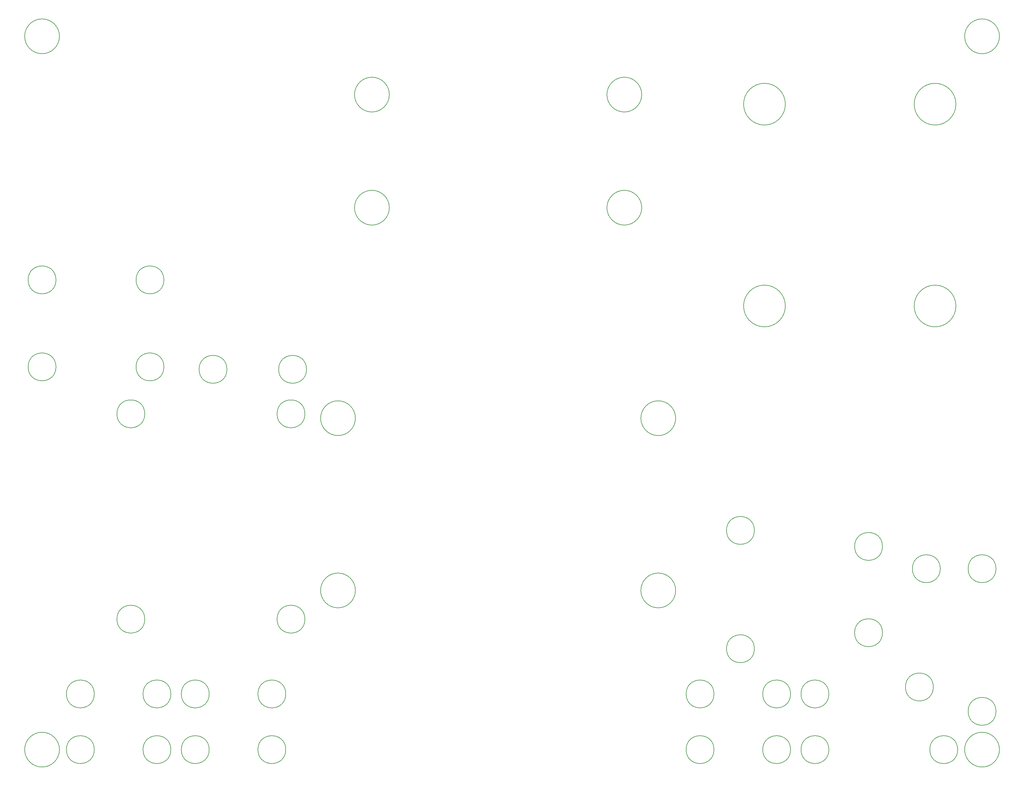
<source format=gbo>
G04*
G04 #@! TF.GenerationSoftware,Altium Limited,Altium Designer,22.6.1 (34)*
G04*
G04 Layer_Color=32896*
%FSLAX24Y24*%
%MOIN*%
G70*
G04*
G04 #@! TF.SameCoordinates,DB5E7376-35C4-4558-AAA8-989BC4282307*
G04*
G04*
G04 #@! TF.FilePolarity,Positive*
G04*
G01*
G75*
%ADD10C,0.0059*%
D10*
X110236Y1969D02*
G03*
X110236Y1969I-1969J0D01*
G01*
Y82677D02*
G03*
X110236Y82677I-1969J0D01*
G01*
X3937D02*
G03*
X3937Y82677I-1969J0D01*
G01*
Y1969D02*
G03*
X3937Y1969I-1969J0D01*
G01*
X82520Y13386D02*
G03*
X82520Y13386I-1575J0D01*
G01*
Y26772D02*
G03*
X82520Y26772I-1575J0D01*
G01*
X97008Y24961D02*
G03*
X97008Y24961I-1575J0D01*
G01*
Y15197D02*
G03*
X97008Y15197I-1575J0D01*
G01*
X69783Y76083D02*
G03*
X69783Y76083I-1969J0D01*
G01*
Y63287D02*
G03*
X69783Y63287I-1969J0D01*
G01*
X41240Y76083D02*
G03*
X41240Y76083I-1969J0D01*
G01*
Y63287D02*
G03*
X41240Y63287I-1969J0D01*
G01*
X22875Y45000D02*
G03*
X22875Y45000I-1575J0D01*
G01*
X31875D02*
G03*
X31875Y45000I-1575J0D01*
G01*
X15748Y45276D02*
G03*
X15748Y45276I-1575J0D01*
G01*
X3543D02*
G03*
X3543Y45276I-1575J0D01*
G01*
Y55118D02*
G03*
X3543Y55118I-1575J0D01*
G01*
X15748D02*
G03*
X15748Y55118I-1575J0D01*
G01*
X73622Y19980D02*
G03*
X73622Y19980I-1969J0D01*
G01*
X37402D02*
G03*
X37402Y19980I-1969J0D01*
G01*
X73622Y39469D02*
G03*
X73622Y39469I-1969J0D01*
G01*
X37402D02*
G03*
X37402Y39469I-1969J0D01*
G01*
X31693Y39961D02*
G03*
X31693Y39961I-1575J0D01*
G01*
X13583Y16732D02*
G03*
X13583Y16732I-1575J0D01*
G01*
X13583Y39961D02*
G03*
X13583Y39961I-1575J0D01*
G01*
X31693Y16732D02*
G03*
X31693Y16732I-1575J0D01*
G01*
X29528Y1969D02*
G03*
X29528Y1969I-1575J0D01*
G01*
Y8268D02*
G03*
X29528Y8268I-1575J0D01*
G01*
X20866D02*
G03*
X20866Y8268I-1575J0D01*
G01*
Y1969D02*
G03*
X20866Y1969I-1575J0D01*
G01*
X7874Y8268D02*
G03*
X7874Y8268I-1575J0D01*
G01*
Y1969D02*
G03*
X7874Y1969I-1575J0D01*
G01*
X16535D02*
G03*
X16535Y1969I-1575J0D01*
G01*
Y8268D02*
G03*
X16535Y8268I-1575J0D01*
G01*
X109843Y6299D02*
G03*
X109843Y6299I-1575J0D01*
G01*
X102756Y9055D02*
G03*
X102756Y9055I-1575J0D01*
G01*
X109843Y22441D02*
G03*
X109843Y22441I-1575J0D01*
G01*
X103543D02*
G03*
X103543Y22441I-1575J0D01*
G01*
X86614Y1969D02*
G03*
X86614Y1969I-1575J0D01*
G01*
X77953D02*
G03*
X77953Y1969I-1575J0D01*
G01*
X105512D02*
G03*
X105512Y1969I-1575J0D01*
G01*
X90945Y8268D02*
G03*
X90945Y8268I-1575J0D01*
G01*
Y1969D02*
G03*
X90945Y1969I-1575J0D01*
G01*
X86614Y8268D02*
G03*
X86614Y8268I-1575J0D01*
G01*
X77953D02*
G03*
X77953Y8268I-1575J0D01*
G01*
X86024Y75000D02*
G03*
X86024Y75000I-2362J0D01*
G01*
X105315D02*
G03*
X105315Y75000I-2362J0D01*
G01*
Y52165D02*
G03*
X105315Y52165I-2362J0D01*
G01*
X86024D02*
G03*
X86024Y52165I-2362J0D01*
G01*
M02*

</source>
